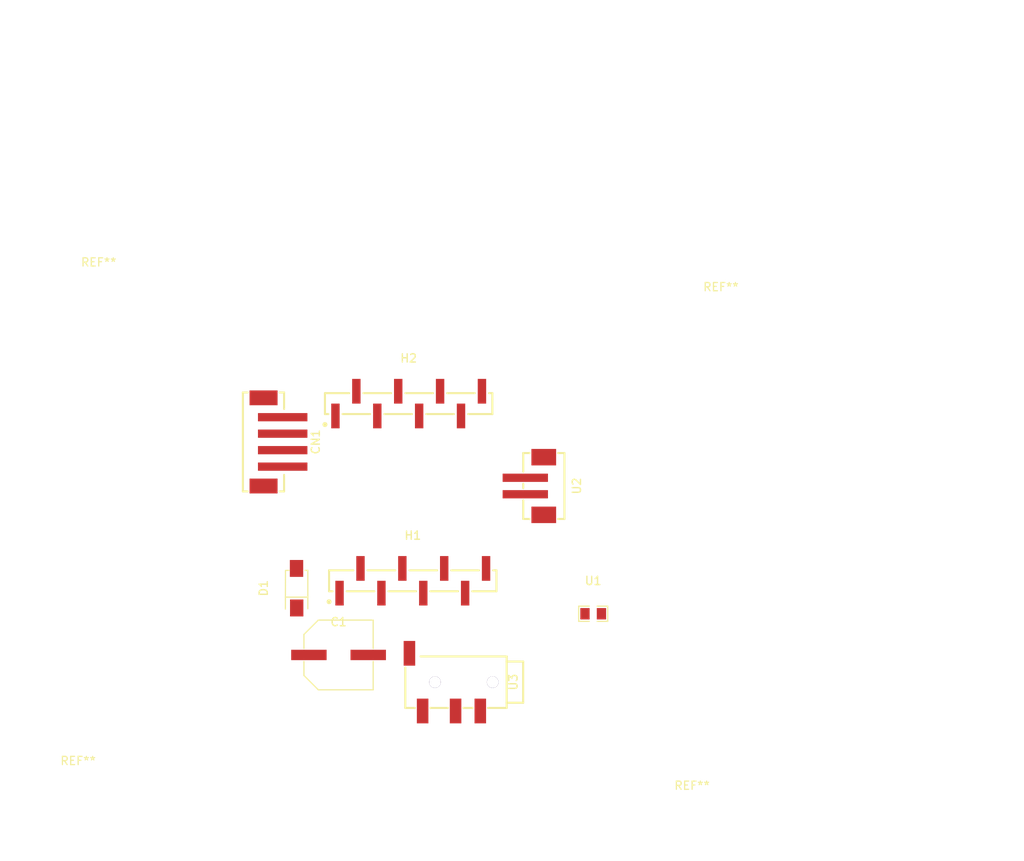
<source format=kicad_pcb>
(kicad_pcb (version 20241229) (generator "pcbnew") (generator_version "9.0")
  (layers (0 "F.Cu" signal) (2 "B.Cu" signal) (13 "F.Paste" user) (15 "B.Paste" user) (5 "F.SilkS" user "F.Silkscreen") (7 "B.SilkS" user "B.Silkscreen") (1 "F.Mask" user) (3 "B.Mask" user) (25 "Edge.Cuts" user))
  (net 0 "")
  (net 1 "footprint-_4-0")
  (net 2 "df_header_right-_5")
  (net 3 "footprint-_6")
  (net 4 "df_header_right-_4")
  (net 5 "df_header_right-_2")
  (net 6 "footprint-_3-1")
  (net 7 "footprint-_5")
  (net 8 "df_header_right-_3")
  (net 9 "df_header_right-_1")
  (net 10 "footprint-net-1")
  (net 11 "df_header_left-_2-0")
  (net 12 "df_header_left-_2-2")
  (net 13 "footprint-net-0")
  (net 14 "footprint-_3-0")
  (net 15 "gnd")
  (net 16 "df_header_left-_1-1")
  (net 17 "v_in_5v")
  (net 18 "footprint-_4-1")
  (net 19 "df_header_left-_2-1")
  (net 20 "v_dfplayer")
  (net 21 "df_header_left-_3")
  (net 22 "_7")
  (net 23 "df_header_left-_1-0")
  (net 24 "df_header_right-_6")
  (net 25 "footprint-net-2")
  (footprint "hanxia_HX_PM2_54_1x8P_TP_H8_5_ZQ:HDR-SMD_8P-P2.54-V-F-LS4.7" (layer "F.Cu") (at 152.61 81)
    (property "Reference" "H2" (at 0 -5.5 0) (layer "F.SilkS"))
    (property "Value" "")
    (fp_line (start -10.16 -1.27) (end -7.22 -1.27) (stroke (width 0.25)) (layer "F.SilkS"))
    (fp_line (start -10.16 1.27) (end -10.16 -1.27) (stroke (width 0.25)) (layer "F.SilkS"))
    (fp_line (start -9.75 1.27) (end -10.16 1.27) (stroke (width 0.25)) (layer "F.SilkS"))
    (fp_line (start -5.49 -1.27) (end -2.13 -1.27) (stroke (width 0.25)) (layer "F.SilkS"))
    (fp_line (start -4.67 1.27) (end -8.02 1.27) (stroke (width 0.25)) (layer "F.SilkS"))
    (fp_line (start -0.4 -1.27) (end 2.95 -1.27) (stroke (width 0.25)) (layer "F.SilkS"))
    (fp_line (start 0.4 1.27) (end -2.95 1.27) (stroke (width 0.25)) (layer "F.SilkS"))
    (fp_line (start 4.67 -1.27) (end 8.02 -1.27) (stroke (width 0.25)) (layer "F.SilkS"))
    (fp_line (start 5.49 1.27) (end 2.13 1.27) (stroke (width 0.25)) (layer "F.SilkS"))
    (fp_line (start 7.22 1.27) (end 10.15 1.27) (stroke (width 0.25)) (layer "F.SilkS"))
    (fp_line (start 10.15 -1.27) (end 9.75 -1.27) (stroke (width 0.25)) (layer "F.SilkS"))
    (fp_line (start 10.15 -1.27) (end 10.15 -0.51) (stroke (width 0.25)) (layer "F.SilkS"))
    (fp_line (start 10.15 -0.51) (end 10.15 1.27) (stroke (width 0.25)) (layer "F.SilkS"))
    (fp_circle (center -10.16 2.54) (end -10.01 2.54) (stroke (width 0.3)) (fill no) (layer "F.SilkS"))
    (fp_text user "${REFERENCE}" (at 0 -5.5 0) (layer "F.SilkS"))
    (pad "1" smd rect (at -8.89 1.5 180) (size 1.02 3) (layers "F.Cu" "F.Mask" "F.Paste") (net 9 "df_header_right-_1"))
    (pad "2" smd rect (at -6.35 -1.5 180) (size 1.02 3) (layers "F.Cu" "F.Mask" "F.Paste") (net 5 "df_header_right-_2"))
    (pad "3" smd rect (at -3.81 1.5 180) (size 1.02 3) (layers "F.Cu" "F.Mask" "F.Paste") (net 8 "df_header_right-_3"))
    (pad "4" smd rect (at -1.27 -1.5 180) (size 1.02 3) (layers "F.Cu" "F.Mask" "F.Paste") (net 4 "df_header_right-_4"))
    (pad "5" smd rect (at 1.27 1.5 180) (size 1.02 3) (layers "F.Cu" "F.Mask" "F.Paste") (net 2 "df_header_right-_5"))
    (pad "6" smd rect (at 3.81 -1.5 180) (size 1.02 3) (layers "F.Cu" "F.Mask" "F.Paste") (net 24 "df_header_right-_6"))
    (pad "7" smd rect (at 6.35 1.5 180) (size 1.02 3) (layers "F.Cu" "F.Mask" "F.Paste") (net 22 "_7"))
    (pad "8" smd rect (at 8.89 -1.5 180) (size 1.02 3) (layers "F.Cu" "F.Mask" "F.Paste") (net 15 "gnd"))
  )
  (footprint "MountingHole:MountingHole_3.2mm_M3" (layer "F.Cu") (at 187 131.5)
    (property "Reference" "REF**" (at 0 -4.15 0) (layer "F.SilkS"))
    (property "Value" "MountingHole_3.2mm_M3")
    (pad "" np_thru_hole circle (at 0 0) (size 3.2 3.2) (drill 3.2) (layers "*.Cu" "*.Mask"))
  )
  (footprint "JST_Sales_America_B4B_PH_SM4_TB_LF__SN:CONN-SMD_B4B-PH-SM4-TB-LF-SN" (layer "F.Cu") (at 136.16 85.65 -90)
    (property "Reference" "CN1" (at 0 -5.16 90) (layer "F.SilkS"))
    (property "Value" "")
    (fp_line (start -6 3.67) (end -6 3.09) (stroke (width 0.25)) (layer "F.SilkS"))
    (fp_line (start 6 3.67) (end -6 3.67) (stroke (width 0.25)) (layer "F.SilkS"))
    (fp_line (start 6 3.09) (end 6 3.67) (stroke (width 0.25)) (layer "F.SilkS"))
    (fp_line (start -6 -1.33) (end -6 -0.77) (stroke (width 0.25)) (layer "F.SilkS"))
    (fp_line (start -6 -1.33) (end -4 -1.33) (stroke (width 0.25)) (layer "F.SilkS"))
    (fp_line (start 4 -1.33) (end 6 -1.33) (stroke (width 0.25)) (layer "F.SilkS"))
    (fp_line (start 6 -1.33) (end 6 -0.77) (stroke (width 0.25)) (layer "F.SilkS"))
    (fp_text user "${REFERENCE}" (at 0 -5.16 90) (layer "F.SilkS"))
    (pad "1" smd rect (at 3 -1.16 90) (size 1 6) (layers "F.Cu" "F.Mask" "F.Paste") (net 17 "v_in_5v"))
    (pad "2" smd rect (at 1 -1.16 90) (size 1 6) (layers "F.Cu" "F.Mask" "F.Paste") (net 15 "gnd"))
    (pad "3" smd rect (at -1 -1.16 90) (size 1 6) (layers "F.Cu" "F.Mask" "F.Paste") (net 14 "footprint-_3-0"))
    (pad "4" smd rect (at -3 -1.16 90) (size 1 6) (layers "F.Cu" "F.Mask" "F.Paste") (net 21 "df_header_left-_3"))
    (pad "5" smd rect (at -5.35 1.16 270) (size 1.8 3.4) (layers "F.Cu" "F.Mask" "F.Paste") (net 7 "footprint-_5"))
    (pad "6" smd rect (at 5.35 1.16 270) (size 1.8 3.4) (layers "F.Cu" "F.Mask" "F.Paste") (net 3 "footprint-_6"))
  )
  (footprint "MountingHole:MountingHole_3.2mm_M3" (layer "F.Cu") (at 190.5 71)
    (property "Reference" "REF**" (at 0 -4.15 0) (layer "F.SilkS"))
    (property "Value" "MountingHole_3.2mm_M3")
    (pad "" np_thru_hole circle (at 0 0) (size 3.2 3.2) (drill 3.2) (layers "*.Cu" "*.Mask"))
  )
  (footprint "MountingHole:MountingHole_3.2mm_M3" (layer "F.Cu") (at 112.5 128.5)
    (property "Reference" "REF**" (at 0 -4.15 0) (layer "F.SilkS"))
    (property "Value" "MountingHole_3.2mm_M3")
    (pad "" np_thru_hole circle (at 0 0) (size 3.2 3.2) (drill 3.2) (layers "*.Cu" "*.Mask"))
  )
  (footprint "hongjiacheng_M1:SMA_L4.3-W2.6-LS5.0-RD" (layer "F.Cu") (at 139.01 103.4 90)
    (property "Reference" "D1" (at 0 -4.01 90) (layer "F.SilkS"))
    (property "Value" "")
    (fp_line (start -1.08 -1.36) (end -1.08 1.36) (stroke (width 0.15)) (layer "F.SilkS"))
    (fp_line (start -2.53 -1.36) (end 2.16 -1.35) (stroke (width 0.15)) (layer "F.SilkS"))
    (fp_line (start 2.16 -1.27) (end 2.16 -0.92) (stroke (width 0.15)) (layer "F.SilkS"))
    (fp_line (start 2.16 1.36) (end 2.16 1.01) (stroke (width 0.15)) (layer "F.SilkS"))
    (fp_line (start -2.5 1.36) (end 2.16 1.36) (stroke (width 0.15)) (layer "F.SilkS"))
    (fp_text user "${REFERENCE}" (at 0 -4.01 90) (layer "F.SilkS"))
    (pad "1" smd rect (at -2.4 0.01 90) (size 2.05 1.62) (layers "F.Cu" "F.Mask" "F.Paste") (net 20 "v_dfplayer"))
    (pad "2" smd rect (at 2.4 -0.01 270) (size 2.05 1.62) (layers "F.Cu" "F.Mask" "F.Paste") (net 17 "v_in_5v"))
  )
  (footprint "UNI_ROYAL_0805W8F1001T5E:R0805" (layer "F.Cu") (at 175 106.5)
    (property "Reference" "U1" (at 0 -4 0) (layer "F.SilkS"))
    (property "Value" "1kΩ ±1% 125mW")
    (fp_line (start -1.76 -0.92) (end -0.48 -0.92) (stroke (width 0.15)) (layer "F.SilkS"))
    (fp_line (start -1.76 0.92) (end -1.76 -0.92) (stroke (width 0.15)) (layer "F.SilkS"))
    (fp_line (start -0.48 0.92) (end -1.76 0.92) (stroke (width 0.15)) (layer "F.SilkS"))
    (fp_line (start 0.48 0.92) (end 1.76 0.92) (stroke (width 0.15)) (layer "F.SilkS"))
    (fp_line (start 1.76 -0.92) (end 0.48 -0.92) (stroke (width 0.15)) (layer "F.SilkS"))
    (fp_line (start 1.76 0.92) (end 1.76 -0.92) (stroke (width 0.15)) (layer "F.SilkS"))
    (fp_text user "${REFERENCE}" (at 0 -4 0) (layer "F.SilkS"))
    (pad "1" smd rect (at -1 0) (size 1.13 1.38) (layers "F.Cu" "F.Mask" "F.Paste") (net 13 "footprint-net-0"))
    (pad "2" smd rect (at 1 0) (size 1.13 1.38) (layers "F.Cu" "F.Mask" "F.Paste") (net 10 "footprint-net-1"))
  )
  (footprint "hanxia_HX_PM2_54_1x8P_TP_H8_5_ZQ:HDR-SMD_8P-P2.54-V-F-LS4.7" (layer "F.Cu") (at 153.11 102.5)
    (property "Reference" "H1" (at 0 -5.5 0) (layer "F.SilkS"))
    (property "Value" "")
    (fp_line (start -10.16 -1.27) (end -7.22 -1.27) (stroke (width 0.25)) (layer "F.SilkS"))
    (fp_line (start -10.16 1.27) (end -10.16 -1.27) (stroke (width 0.25)) (layer "F.SilkS"))
    (fp_line (start -9.75 1.27) (end -10.16 1.27) (stroke (width 0.25)) (layer "F.SilkS"))
    (fp_line (start -5.49 -1.27) (end -2.13 -1.27) (stroke (width 0.25)) (layer "F.SilkS"))
    (fp_line (start -4.67 1.27) (end -8.02 1.27) (stroke (width 0.25)) (layer "F.SilkS"))
    (fp_line (start -0.4 -1.27) (end 2.95 -1.27) (stroke (width 0.25)) (layer "F.SilkS"))
    (fp_line (start 0.4 1.27) (end -2.95 1.27) (stroke (width 0.25)) (layer "F.SilkS"))
    (fp_line (start 4.67 -1.27) (end 8.02 -1.27) (stroke (width 0.25)) (layer "F.SilkS"))
    (fp_line (start 5.49 1.27) (end 2.13 1.27) (stroke (width 0.25)) (layer "F.SilkS"))
    (fp_line (start 7.22 1.27) (end 10.15 1.27) (stroke (width 0.25)) (layer "F.SilkS"))
    (fp_line (start 10.15 -1.27) (end 9.75 -1.27) (stroke (width 0.25)) (layer "F.SilkS"))
    (fp_line (start 10.15 -1.27) (end 10.15 -0.51) (stroke (width 0.25)) (layer "F.SilkS"))
    (fp_line (start 10.15 -0.51) (end 10.15 1.27) (stroke (width 0.25)) (layer "F.SilkS"))
    (fp_circle (center -10.16 2.54) (end -10.01 2.54) (stroke (width 0.3)) (fill no) (layer "F.SilkS"))
    (fp_text user "${REFERENCE}" (at 0 -5.5 0) (layer "F.SilkS"))
    (pad "1" smd rect (at -8.89 1.5 180) (size 1.02 3) (layers "F.Cu" "F.Mask" "F.Paste") (net 20 "v_dfplayer"))
    (pad "2" smd rect (at -6.35 -1.5 180) (size 1.02 3) (layers "F.Cu" "F.Mask" "F.Paste") (net 11 "df_header_left-_2-0"))
    (pad "3" smd rect (at -3.81 1.5 180) (size 1.02 3) (layers "F.Cu" "F.Mask" "F.Paste") (net 21 "df_header_left-_3"))
    (pad "4" smd rect (at -1.27 -1.5 180) (size 1.02 3) (layers "F.Cu" "F.Mask" "F.Paste") (net 23 "df_header_left-_1-0"))
    (pad "5" smd rect (at 1.27 1.5 180) (size 1.02 3) (layers "F.Cu" "F.Mask" "F.Paste") (net 19 "df_header_left-_2-1"))
    (pad "6" smd rect (at 3.81 -1.5 180) (size 1.02 3) (layers "F.Cu" "F.Mask" "F.Paste") (net 16 "df_header_left-_1-1"))
    (pad "7" smd rect (at 6.35 1.5 180) (size 1.02 3) (layers "F.Cu" "F.Mask" "F.Paste") (net 12 "df_header_left-_2-2"))
    (pad "8" smd rect (at 8.89 -1.5 180) (size 1.02 3) (layers "F.Cu" "F.Mask" "F.Paste") (net 15 "gnd"))
  )
  (footprint "MountingHole:MountingHole_3.2mm_M3" (layer "F.Cu") (at 115 68)
    (property "Reference" "REF**" (at 0 -4.15 0) (layer "F.SilkS"))
    (property "Value" "MountingHole_3.2mm_M3")
    (pad "" np_thru_hole circle (at 0 0) (size 3.2 3.2) (drill 3.2) (layers "*.Cu" "*.Mask"))
  )
  (footprint "JST_Sales_America_B2B_PH_SM4_TBT_LF__SN:CONN-SMD_B2B-PH-SM4-TBT-LF-SN" (layer "F.Cu") (at 167.88 91 -90)
    (property "Reference" "U2" (at 0 -5.12 90) (layer "F.SilkS"))
    (property "Value" "")
    (fp_line (start -4 1.37) (end -1.73 1.37) (stroke (width 0.25)) (layer "F.SilkS"))
    (fp_line (start -0.27 1.37) (end 0.27 1.37) (stroke (width 0.25)) (layer "F.SilkS"))
    (fp_line (start 1.73 1.37) (end 4 1.37) (stroke (width 0.25)) (layer "F.SilkS"))
    (fp_line (start 4 1.37) (end 4 0.6) (stroke (width 0.25)) (layer "F.SilkS"))
    (fp_line (start -4 0.6) (end -4 1.37) (stroke (width 0.25)) (layer "F.SilkS"))
    (fp_line (start 4 -2.86) (end 4 -3.63) (stroke (width 0.25)) (layer "F.SilkS"))
    (fp_line (start -4 -3.63) (end -4 -2.86) (stroke (width 0.25)) (layer "F.SilkS"))
    (fp_line (start -4 -3.63) (end 4 -3.63) (stroke (width 0.25)) (layer "F.SilkS"))
    (fp_text user "${REFERENCE}" (at 0 -5.12 90) (layer "F.SilkS"))
    (pad "1" smd rect (at -1 1.12 270) (size 1 5.5) (layers "F.Cu" "F.Mask" "F.Paste") (net 16 "df_header_left-_1-1"))
    (pad "2" smd rect (at 1 1.12 270) (size 1 5.5) (layers "F.Cu" "F.Mask" "F.Paste") (net 12 "df_header_left-_2-2"))
    (pad "3" smd rect (at 3.5 -1.12 270) (size 2 3) (layers "F.Cu" "F.Mask" "F.Paste") (net 6 "footprint-_3-1"))
    (pad "4" smd rect (at -3.5 -1.12 270) (size 2 3) (layers "F.Cu" "F.Mask" "F.Paste") (net 1 "footprint-_4-0"))
  )
  (footprint "PANASONIC_EEEFK1A471AP:CAP-SMD_BD8.0-L8.3-W8.3-LS9.9-FD" (layer "F.Cu") (at 144.1 111.5)
    (property "Reference" "C1" (at 0 -4 0) (layer "F.SilkS"))
    (property "Value" "")
    (fp_line (start -4.2 -2.49) (end -4.2 -0.78) (stroke (width 0.15)) (layer "F.SilkS"))
    (fp_line (start -4.2 2.49) (end -4.2 0.78) (stroke (width 0.15)) (layer "F.SilkS"))
    (fp_line (start -2.46 -4.23) (end -4.2 -2.49) (stroke (width 0.15)) (layer "F.SilkS"))
    (fp_line (start -2.46 4.23) (end -4.2 2.49) (stroke (width 0.15)) (layer "F.SilkS"))
    (fp_line (start 4.2 -4.23) (end -2.46 -4.23) (stroke (width 0.15)) (layer "F.SilkS"))
    (fp_line (start 4.2 -0.78) (end 4.2 -4.23) (stroke (width 0.15)) (layer "F.SilkS"))
    (fp_line (start 4.2 0.78) (end 4.2 4.23) (stroke (width 0.15)) (layer "F.SilkS"))
    (fp_line (start 4.2 4.23) (end -2.46 4.23) (stroke (width 0.15)) (layer "F.SilkS"))
    (fp_text user "${REFERENCE}" (at 0 -4 0) (layer "F.SilkS"))
    (pad "1" smd rect (at -3.6 0) (size 4.3 1.26) (layers "F.Cu" "F.Mask" "F.Paste") (net 20 "v_dfplayer"))
    (pad "2" smd rect (at 3.6 0) (size 4.3 1.26) (layers "F.Cu" "F.Mask" "F.Paste") (net 15 "gnd"))
  )
  (footprint "HanElectricity_PJ_320D:AUDIO-SMD_HANELECTRICITY_PJ-320D" (layer "F.Cu") (at 157 114.8 -90)
    (property "Reference" "U3" (at 0 -8.3 90) (layer "F.SilkS"))
    (property "Value" "")
    (fp_line (start 3.13 4.8) (end -1.77 4.8) (stroke (width 0.25)) (layer "F.SilkS"))
    (fp_line (start 3.13 3.63) (end 3.13 4.8) (stroke (width 0.25)) (layer "F.SilkS"))
    (fp_line (start 3.13 -0.37) (end 3.13 1.77) (stroke (width 0.25)) (layer "F.SilkS"))
    (fp_line (start 3.13 -3.37) (end 3.13 -2.23) (stroke (width 0.25)) (layer "F.SilkS"))
    (fp_line (start 3.13 -7.49) (end 3.13 -5.23) (stroke (width 0.25)) (layer "F.SilkS"))
    (fp_line (start -3.12 -7.5) (end -3.12 2.94) (stroke (width 0.25)) (layer "F.SilkS"))
    (fp_line (start 2.5 -7.5) (end 2.5 -9.5) (stroke (width 0.25)) (layer "F.SilkS"))
    (fp_line (start 3.13 -7.5) (end -3.12 -7.5) (stroke (width 0.25)) (layer "F.SilkS"))
    (fp_line (start -2.5 -9.5) (end -2.5 -7.5) (stroke (width 0.25)) (layer "F.SilkS"))
    (fp_line (start -2.5 -9.5) (end 2.5 -9.5) (stroke (width 0.25)) (layer "F.SilkS"))
    (fp_text user "${REFERENCE}" (at 0 -8.3 90) (layer "F.SilkS"))
    (pad "" thru_hole circle (at 0 -5.8 270) (size 1.4 1.4) (drill 1.4) (layers "*.Cu" "*.Mask") (net 25 "footprint-net-2"))
    (pad "" thru_hole circle (at 0 1.2 270) (size 1.4 1.4) (drill 1.4) (layers "*.Cu" "*.Mask") (net 25 "footprint-net-2"))
    (pad "1" smd rect (at -3.5 4.3 270) (size 3 1.4) (layers "F.Cu" "F.Mask" "F.Paste") (net 23 "df_header_left-_1-0"))
    (pad "2" smd rect (at 3.5 -4.3 270) (size 3 1.4) (layers "F.Cu" "F.Mask" "F.Paste") (net 19 "df_header_left-_2-1"))
    (pad "3" smd rect (at 3.5 -1.3 270) (size 3 1.4) (layers "F.Cu" "F.Mask" "F.Paste") (net 15 "gnd"))
    (pad "4" smd rect (at 3.5 2.7 270) (size 3 1.4) (layers "F.Cu" "F.Mask" "F.Paste") (net 18 "footprint-_4-1"))
  )
)
</source>
